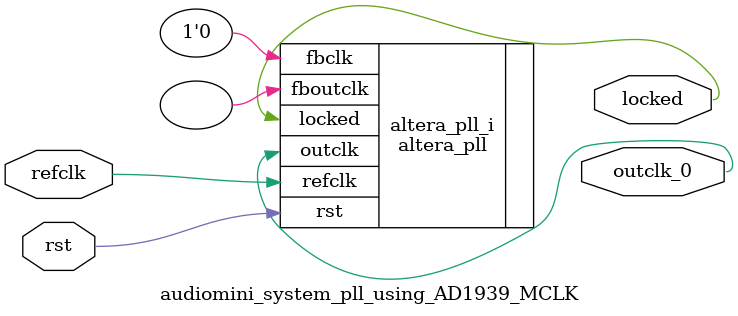
<source format=v>
`timescale 1ns/10ps
module  audiomini_system_pll_using_AD1939_MCLK(

	// interface 'refclk'
	input wire refclk,

	// interface 'reset'
	input wire rst,

	// interface 'outclk0'
	output wire outclk_0,

	// interface 'locked'
	output wire locked
);

	altera_pll #(
		.fractional_vco_multiplier("false"),
		.reference_clock_frequency("12.288 MHz"),
		.operation_mode("direct"),
		.number_of_clocks(1),
		.output_clock_frequency0("98.304000 MHz"),
		.phase_shift0("0 ps"),
		.duty_cycle0(50),
		.output_clock_frequency1("0 MHz"),
		.phase_shift1("0 ps"),
		.duty_cycle1(50),
		.output_clock_frequency2("0 MHz"),
		.phase_shift2("0 ps"),
		.duty_cycle2(50),
		.output_clock_frequency3("0 MHz"),
		.phase_shift3("0 ps"),
		.duty_cycle3(50),
		.output_clock_frequency4("0 MHz"),
		.phase_shift4("0 ps"),
		.duty_cycle4(50),
		.output_clock_frequency5("0 MHz"),
		.phase_shift5("0 ps"),
		.duty_cycle5(50),
		.output_clock_frequency6("0 MHz"),
		.phase_shift6("0 ps"),
		.duty_cycle6(50),
		.output_clock_frequency7("0 MHz"),
		.phase_shift7("0 ps"),
		.duty_cycle7(50),
		.output_clock_frequency8("0 MHz"),
		.phase_shift8("0 ps"),
		.duty_cycle8(50),
		.output_clock_frequency9("0 MHz"),
		.phase_shift9("0 ps"),
		.duty_cycle9(50),
		.output_clock_frequency10("0 MHz"),
		.phase_shift10("0 ps"),
		.duty_cycle10(50),
		.output_clock_frequency11("0 MHz"),
		.phase_shift11("0 ps"),
		.duty_cycle11(50),
		.output_clock_frequency12("0 MHz"),
		.phase_shift12("0 ps"),
		.duty_cycle12(50),
		.output_clock_frequency13("0 MHz"),
		.phase_shift13("0 ps"),
		.duty_cycle13(50),
		.output_clock_frequency14("0 MHz"),
		.phase_shift14("0 ps"),
		.duty_cycle14(50),
		.output_clock_frequency15("0 MHz"),
		.phase_shift15("0 ps"),
		.duty_cycle15(50),
		.output_clock_frequency16("0 MHz"),
		.phase_shift16("0 ps"),
		.duty_cycle16(50),
		.output_clock_frequency17("0 MHz"),
		.phase_shift17("0 ps"),
		.duty_cycle17(50),
		.pll_type("General"),
		.pll_subtype("General")
	) altera_pll_i (
		.rst	(rst),
		.outclk	({outclk_0}),
		.locked	(locked),
		.fboutclk	( ),
		.fbclk	(1'b0),
		.refclk	(refclk)
	);
endmodule


</source>
